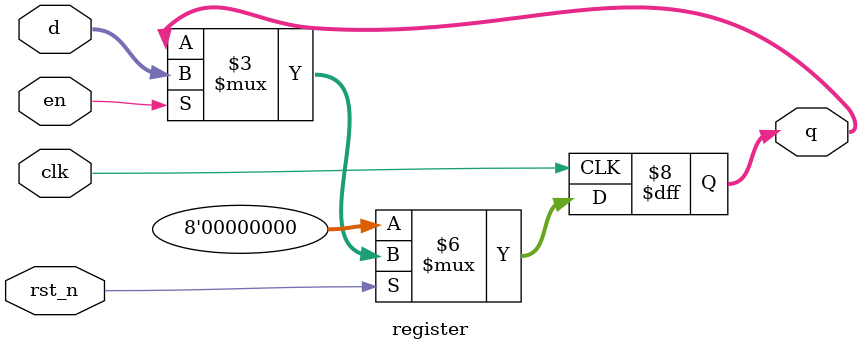
<source format=v>
`timescale 1ns / 1ps
module register(clk, rst_n, en, d, q);
  parameter WIDTH = 8;
  input clk, rst_n, en;
  input [WIDTH-1:0] d;
  output reg [WIDTH-1:0] q;

  always @(posedge clk) begin
    if (!rst_n) q <=0;
    else if (en) q <= d;
  end    
endmodule
</source>
